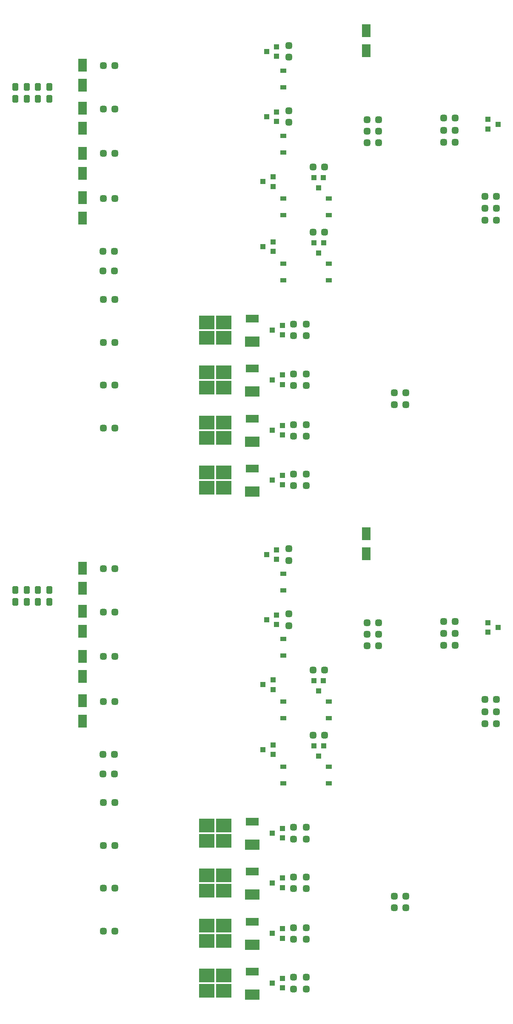
<source format=gbr>
%TF.GenerationSoftware,KiCad,Pcbnew,8.0.7*%
%TF.CreationDate,2025-01-08T09:33:51+09:00*%
%TF.ProjectId,CarInd-Main-V3.0,43617249-6e64-42d4-9d61-696e2d56332e,rev?*%
%TF.SameCoordinates,Original*%
%TF.FileFunction,Paste,Bot*%
%TF.FilePolarity,Positive*%
%FSLAX46Y46*%
G04 Gerber Fmt 4.6, Leading zero omitted, Abs format (unit mm)*
G04 Created by KiCad (PCBNEW 8.0.7) date 2025-01-08 09:33:51*
%MOMM*%
%LPD*%
G01*
G04 APERTURE LIST*
G04 Aperture macros list*
%AMRoundRect*
0 Rectangle with rounded corners*
0 $1 Rounding radius*
0 $2 $3 $4 $5 $6 $7 $8 $9 X,Y pos of 4 corners*
0 Add a 4 corners polygon primitive as box body*
4,1,4,$2,$3,$4,$5,$6,$7,$8,$9,$2,$3,0*
0 Add four circle primitives for the rounded corners*
1,1,$1+$1,$2,$3*
1,1,$1+$1,$4,$5*
1,1,$1+$1,$6,$7*
1,1,$1+$1,$8,$9*
0 Add four rect primitives between the rounded corners*
20,1,$1+$1,$2,$3,$4,$5,0*
20,1,$1+$1,$4,$5,$6,$7,0*
20,1,$1+$1,$6,$7,$8,$9,0*
20,1,$1+$1,$8,$9,$2,$3,0*%
G04 Aperture macros list end*
%ADD10R,1.100000X1.000000*%
%ADD11RoundRect,0.325000X-0.325000X0.325000X-0.325000X-0.325000X0.325000X-0.325000X0.325000X0.325000X0*%
%ADD12RoundRect,0.312500X0.312500X-0.437500X0.312500X0.437500X-0.312500X0.437500X-0.312500X-0.437500X0*%
%ADD13RoundRect,0.325000X-0.325000X-0.325000X0.325000X-0.325000X0.325000X0.325000X-0.325000X0.325000X0*%
%ADD14R,1.200000X0.900000*%
%ADD15RoundRect,0.325000X0.325000X0.325000X-0.325000X0.325000X-0.325000X-0.325000X0.325000X-0.325000X0*%
%ADD16R,1.800000X2.500000*%
%ADD17R,3.000000X2.000000*%
%ADD18R,2.500000X1.500000*%
%ADD19R,3.050000X2.750000*%
%ADD20R,1.000000X1.100000*%
G04 APERTURE END LIST*
D10*
%TO.C,D25*%
X207300000Y-170525000D03*
X205300000Y-169575000D03*
X205300000Y-171475000D03*
%TD*%
D11*
%TO.C,R19*%
X166625000Y-242385000D03*
X166625000Y-240085000D03*
%TD*%
%TO.C,R25*%
X165650000Y-157215000D03*
X165650000Y-154915000D03*
%TD*%
D10*
%TO.C,Q5*%
X162375000Y-221310000D03*
X164375000Y-222260000D03*
X164375000Y-220360000D03*
%TD*%
D11*
%TO.C,R17*%
X169125000Y-242385000D03*
X169125000Y-240085000D03*
%TD*%
%TO.C,R13*%
X166625000Y-222460000D03*
X166625000Y-220160000D03*
%TD*%
D12*
%TO.C,C7*%
X115745000Y-163060000D03*
X115745000Y-165460000D03*
%TD*%
D13*
%TO.C,R32*%
X131005000Y-195740000D03*
X128705000Y-195740000D03*
%TD*%
D14*
%TO.C,D19*%
X164555000Y-201510000D03*
X164555000Y-198210000D03*
%TD*%
D11*
%TO.C,R27*%
X188975000Y-226225000D03*
X188975000Y-223925000D03*
%TD*%
%TO.C,R18*%
X166625000Y-232510000D03*
X166625000Y-230210000D03*
%TD*%
D12*
%TO.C,C6*%
X117995000Y-163060000D03*
X117995000Y-165460000D03*
%TD*%
D13*
%TO.C,R33*%
X172785000Y-191935000D03*
X170485000Y-191935000D03*
%TD*%
%TO.C,R24*%
X207005000Y-189640000D03*
X204705000Y-189640000D03*
%TD*%
D15*
%TO.C,R45*%
X196505000Y-171705000D03*
X198805000Y-171705000D03*
%TD*%
D10*
%TO.C,Q15*%
X160550000Y-181925000D03*
X162550000Y-182875000D03*
X162550000Y-180975000D03*
%TD*%
D13*
%TO.C,R44*%
X198805000Y-174065000D03*
X196505000Y-174065000D03*
%TD*%
D14*
%TO.C,D16*%
X164560000Y-176170000D03*
X164560000Y-172870000D03*
%TD*%
D16*
%TO.C,D27*%
X124580000Y-180285000D03*
X124580000Y-176285000D03*
%TD*%
D17*
%TO.C,Q2*%
X158357000Y-213720000D03*
D18*
X158357000Y-209154000D03*
D19*
X149375000Y-209915000D03*
X149375000Y-212965000D03*
X152725000Y-209915000D03*
X152725000Y-212965000D03*
%TD*%
D20*
%TO.C,Q18*%
X171635000Y-196100000D03*
X172585000Y-194100000D03*
X170685000Y-194100000D03*
%TD*%
D13*
%TO.C,R15*%
X131050000Y-213880000D03*
X128750000Y-213880000D03*
%TD*%
%TO.C,R46*%
X198805000Y-169315000D03*
X196505000Y-169315000D03*
%TD*%
D10*
%TO.C,Q4*%
X161250000Y-156065000D03*
X163250000Y-157015000D03*
X163250000Y-155115000D03*
%TD*%
D14*
%TO.C,D14*%
X164570000Y-163215000D03*
X164570000Y-159915000D03*
%TD*%
D17*
%TO.C,Q7*%
X158357000Y-223595000D03*
D18*
X158357000Y-219029000D03*
D19*
X149375000Y-219790000D03*
X149375000Y-222840000D03*
X152725000Y-219790000D03*
X152725000Y-222840000D03*
%TD*%
D10*
%TO.C,Q16*%
X160550000Y-194860000D03*
X162550000Y-195810000D03*
X162550000Y-193910000D03*
%TD*%
D16*
%TO.C,D5*%
X181105000Y-155915000D03*
X181105000Y-151915000D03*
%TD*%
D10*
%TO.C,Q17*%
X161240000Y-169020000D03*
X163240000Y-169970000D03*
X163240000Y-168070000D03*
%TD*%
%TO.C,Q8*%
X162375000Y-231360000D03*
X164375000Y-232310000D03*
X164375000Y-230410000D03*
%TD*%
D13*
%TO.C,R41*%
X183582500Y-174205000D03*
X181282500Y-174205000D03*
%TD*%
D16*
%TO.C,D23*%
X124580000Y-189140000D03*
X124580000Y-185140000D03*
%TD*%
D13*
%TO.C,R31*%
X131030000Y-185270000D03*
X128730000Y-185270000D03*
%TD*%
D11*
%TO.C,R8*%
X169125000Y-212585000D03*
X169125000Y-210285000D03*
%TD*%
D13*
%TO.C,R22*%
X131050000Y-222390000D03*
X128750000Y-222390000D03*
%TD*%
D14*
%TO.C,D3*%
X173650000Y-201500000D03*
X173650000Y-198200000D03*
%TD*%
D13*
%TO.C,R23*%
X131050000Y-230930000D03*
X128750000Y-230930000D03*
%TD*%
D12*
%TO.C,C8*%
X113495000Y-163060000D03*
X113495000Y-165460000D03*
%TD*%
D20*
%TO.C,Q14*%
X171625000Y-183150000D03*
X172575000Y-181150000D03*
X170675000Y-181150000D03*
%TD*%
D13*
%TO.C,R43*%
X183582500Y-169580000D03*
X181282500Y-169580000D03*
%TD*%
D11*
%TO.C,R29*%
X165640000Y-170170000D03*
X165640000Y-167870000D03*
%TD*%
%TO.C,R26*%
X186700000Y-226225000D03*
X186700000Y-223925000D03*
%TD*%
D17*
%TO.C,Q13*%
X158357000Y-243520000D03*
D18*
X158357000Y-238954000D03*
D19*
X149375000Y-239715000D03*
X149375000Y-242765000D03*
X152725000Y-239715000D03*
X152725000Y-242765000D03*
%TD*%
D10*
%TO.C,Q9*%
X162375000Y-241235000D03*
X164375000Y-242185000D03*
X164375000Y-240285000D03*
%TD*%
D14*
%TO.C,D26*%
X173650000Y-188585000D03*
X173650000Y-185285000D03*
%TD*%
D16*
%TO.C,D24*%
X124580000Y-162765000D03*
X124580000Y-158765000D03*
%TD*%
D12*
%TO.C,C9*%
X111245000Y-163060000D03*
X111245000Y-165460000D03*
%TD*%
D10*
%TO.C,Q3*%
X162375000Y-211435000D03*
X164375000Y-212385000D03*
X164375000Y-210485000D03*
%TD*%
D11*
%TO.C,R7*%
X166625000Y-212585000D03*
X166625000Y-210285000D03*
%TD*%
D14*
%TO.C,D15*%
X164555000Y-188585000D03*
X164555000Y-185285000D03*
%TD*%
D13*
%TO.C,R40*%
X131055000Y-158900000D03*
X128755000Y-158900000D03*
%TD*%
%TO.C,R11*%
X172775000Y-179050000D03*
X170475000Y-179050000D03*
%TD*%
%TO.C,R1*%
X207005000Y-187265000D03*
X204705000Y-187265000D03*
%TD*%
%TO.C,R12*%
X131005000Y-199650000D03*
X128705000Y-199650000D03*
%TD*%
%TO.C,R28*%
X131055000Y-167520000D03*
X128755000Y-167520000D03*
%TD*%
%TO.C,R30*%
X131055000Y-176315000D03*
X128755000Y-176315000D03*
%TD*%
D11*
%TO.C,R9*%
X169125000Y-222460000D03*
X169125000Y-220160000D03*
%TD*%
D16*
%TO.C,D18*%
X124580000Y-171340000D03*
X124580000Y-167340000D03*
%TD*%
D11*
%TO.C,R16*%
X169125000Y-232510000D03*
X169125000Y-230210000D03*
%TD*%
D13*
%TO.C,R42*%
X183582500Y-171895000D03*
X181282500Y-171895000D03*
%TD*%
D17*
%TO.C,Q11*%
X158357000Y-233645000D03*
D18*
X158357000Y-229079000D03*
D19*
X149375000Y-229840000D03*
X149375000Y-232890000D03*
X152725000Y-229840000D03*
X152725000Y-232890000D03*
%TD*%
D13*
%TO.C,R10*%
X207005000Y-184840000D03*
X204705000Y-184840000D03*
%TD*%
%TO.C,R6*%
X131050000Y-205330000D03*
X128750000Y-205330000D03*
%TD*%
D20*
%TO.C,Q18*%
X171635000Y-96100000D03*
X172585000Y-94100000D03*
X170685000Y-94100000D03*
%TD*%
D14*
%TO.C,D14*%
X164570000Y-63215000D03*
X164570000Y-59915000D03*
%TD*%
D17*
%TO.C,Q2*%
X158357000Y-113720000D03*
D18*
X158357000Y-109154000D03*
D19*
X149375000Y-109915000D03*
X149375000Y-112965000D03*
X152725000Y-109915000D03*
X152725000Y-112965000D03*
%TD*%
D10*
%TO.C,Q4*%
X161250000Y-56065000D03*
X163250000Y-57015000D03*
X163250000Y-55115000D03*
%TD*%
D17*
%TO.C,Q7*%
X158357000Y-123595000D03*
D18*
X158357000Y-119029000D03*
D19*
X149375000Y-119790000D03*
X149375000Y-122840000D03*
X152725000Y-119790000D03*
X152725000Y-122840000D03*
%TD*%
D10*
%TO.C,Q16*%
X160550000Y-94860000D03*
X162550000Y-95810000D03*
X162550000Y-93910000D03*
%TD*%
D13*
%TO.C,R46*%
X198805000Y-69315000D03*
X196505000Y-69315000D03*
%TD*%
D16*
%TO.C,D27*%
X124580000Y-80285000D03*
X124580000Y-76285000D03*
%TD*%
D13*
%TO.C,R15*%
X131050000Y-113880000D03*
X128750000Y-113880000D03*
%TD*%
%TO.C,R44*%
X198805000Y-74065000D03*
X196505000Y-74065000D03*
%TD*%
%TO.C,R32*%
X131005000Y-95740000D03*
X128705000Y-95740000D03*
%TD*%
D14*
%TO.C,D16*%
X164560000Y-76170000D03*
X164560000Y-72870000D03*
%TD*%
D11*
%TO.C,R13*%
X166625000Y-122460000D03*
X166625000Y-120160000D03*
%TD*%
%TO.C,R18*%
X166625000Y-132510000D03*
X166625000Y-130210000D03*
%TD*%
%TO.C,R25*%
X165650000Y-57215000D03*
X165650000Y-54915000D03*
%TD*%
D15*
%TO.C,R45*%
X196505000Y-71705000D03*
X198805000Y-71705000D03*
%TD*%
D10*
%TO.C,Q15*%
X160550000Y-81925000D03*
X162550000Y-82875000D03*
X162550000Y-80975000D03*
%TD*%
D13*
%TO.C,R24*%
X207005000Y-89640000D03*
X204705000Y-89640000D03*
%TD*%
%TO.C,R33*%
X172785000Y-91935000D03*
X170485000Y-91935000D03*
%TD*%
D12*
%TO.C,C6*%
X117995000Y-63060000D03*
X117995000Y-65460000D03*
%TD*%
D11*
%TO.C,R19*%
X166625000Y-142385000D03*
X166625000Y-140085000D03*
%TD*%
D14*
%TO.C,D19*%
X164555000Y-101510000D03*
X164555000Y-98210000D03*
%TD*%
D11*
%TO.C,R17*%
X169125000Y-142385000D03*
X169125000Y-140085000D03*
%TD*%
%TO.C,R27*%
X188975000Y-126225000D03*
X188975000Y-123925000D03*
%TD*%
D12*
%TO.C,C7*%
X115745000Y-63060000D03*
X115745000Y-65460000D03*
%TD*%
D10*
%TO.C,Q5*%
X162375000Y-121310000D03*
X164375000Y-122260000D03*
X164375000Y-120360000D03*
%TD*%
%TO.C,D25*%
X207300000Y-70525000D03*
X205300000Y-69575000D03*
X205300000Y-71475000D03*
%TD*%
D12*
%TO.C,C9*%
X111245000Y-63060000D03*
X111245000Y-65460000D03*
%TD*%
D11*
%TO.C,R9*%
X169125000Y-122460000D03*
X169125000Y-120160000D03*
%TD*%
D13*
%TO.C,R10*%
X207005000Y-84840000D03*
X204705000Y-84840000D03*
%TD*%
D16*
%TO.C,D24*%
X124580000Y-62765000D03*
X124580000Y-58765000D03*
%TD*%
D13*
%TO.C,R6*%
X131050000Y-105330000D03*
X128750000Y-105330000D03*
%TD*%
D17*
%TO.C,Q11*%
X158357000Y-133645000D03*
D18*
X158357000Y-129079000D03*
D19*
X149375000Y-129840000D03*
X149375000Y-132890000D03*
X152725000Y-129840000D03*
X152725000Y-132890000D03*
%TD*%
D13*
%TO.C,R28*%
X131055000Y-67520000D03*
X128755000Y-67520000D03*
%TD*%
%TO.C,R42*%
X183582500Y-71895000D03*
X181282500Y-71895000D03*
%TD*%
D11*
%TO.C,R7*%
X166625000Y-112585000D03*
X166625000Y-110285000D03*
%TD*%
D10*
%TO.C,Q3*%
X162375000Y-111435000D03*
X164375000Y-112385000D03*
X164375000Y-110485000D03*
%TD*%
D11*
%TO.C,R16*%
X169125000Y-132510000D03*
X169125000Y-130210000D03*
%TD*%
D16*
%TO.C,D18*%
X124580000Y-71340000D03*
X124580000Y-67340000D03*
%TD*%
D13*
%TO.C,R12*%
X131005000Y-99650000D03*
X128705000Y-99650000D03*
%TD*%
%TO.C,R30*%
X131055000Y-76315000D03*
X128755000Y-76315000D03*
%TD*%
%TO.C,R1*%
X207005000Y-87265000D03*
X204705000Y-87265000D03*
%TD*%
%TO.C,R11*%
X172775000Y-79050000D03*
X170475000Y-79050000D03*
%TD*%
%TO.C,R40*%
X131055000Y-58900000D03*
X128755000Y-58900000D03*
%TD*%
D14*
%TO.C,D15*%
X164555000Y-88585000D03*
X164555000Y-85285000D03*
%TD*%
D11*
%TO.C,R26*%
X186700000Y-126225000D03*
X186700000Y-123925000D03*
%TD*%
D13*
%TO.C,R23*%
X131050000Y-130930000D03*
X128750000Y-130930000D03*
%TD*%
%TO.C,R41*%
X183582500Y-74205000D03*
X181282500Y-74205000D03*
%TD*%
D11*
%TO.C,R29*%
X165640000Y-70170000D03*
X165640000Y-67870000D03*
%TD*%
D13*
%TO.C,R43*%
X183582500Y-69580000D03*
X181282500Y-69580000D03*
%TD*%
D10*
%TO.C,Q9*%
X162375000Y-141235000D03*
X164375000Y-142185000D03*
X164375000Y-140285000D03*
%TD*%
D20*
%TO.C,Q14*%
X171625000Y-83150000D03*
X172575000Y-81150000D03*
X170675000Y-81150000D03*
%TD*%
D13*
%TO.C,R31*%
X131030000Y-85270000D03*
X128730000Y-85270000D03*
%TD*%
D12*
%TO.C,C8*%
X113495000Y-63060000D03*
X113495000Y-65460000D03*
%TD*%
D16*
%TO.C,D5*%
X181105000Y-55915000D03*
X181105000Y-51915000D03*
%TD*%
D14*
%TO.C,D3*%
X173650000Y-101500000D03*
X173650000Y-98200000D03*
%TD*%
D10*
%TO.C,Q17*%
X161240000Y-69020000D03*
X163240000Y-69970000D03*
X163240000Y-68070000D03*
%TD*%
D16*
%TO.C,D23*%
X124580000Y-89140000D03*
X124580000Y-85140000D03*
%TD*%
D10*
%TO.C,Q8*%
X162375000Y-131360000D03*
X164375000Y-132310000D03*
X164375000Y-130410000D03*
%TD*%
D11*
%TO.C,R8*%
X169125000Y-112585000D03*
X169125000Y-110285000D03*
%TD*%
D14*
%TO.C,D26*%
X173650000Y-88585000D03*
X173650000Y-85285000D03*
%TD*%
D17*
%TO.C,Q13*%
X158357000Y-143520000D03*
D18*
X158357000Y-138954000D03*
D19*
X149375000Y-139715000D03*
X149375000Y-142765000D03*
X152725000Y-139715000D03*
X152725000Y-142765000D03*
%TD*%
D13*
%TO.C,R22*%
X131050000Y-122390000D03*
X128750000Y-122390000D03*
%TD*%
M02*

</source>
